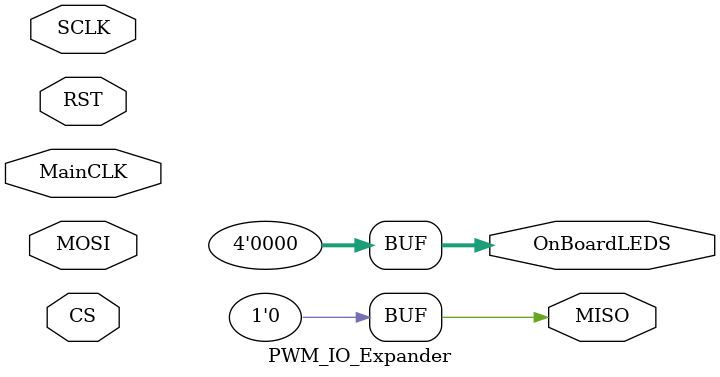
<source format=v>


module PWM_IO_Expander (MainCLK, CS, SCLK, MOSI, RST, MISO, OnBoardLEDS);
    input MainCLK /* verific EFX_ATTRIBUTE_PORT__IS_PRIMARY_INPUT=TRUE */ ;   // C:\Users\Timothy Marchant\.efinity\project\PWM_IO_Expander\PWM_IO_Expander.v(5)
    input CS /* verific EFX_ATTRIBUTE_PORT__IS_PRIMARY_INPUT=TRUE */ ;   // C:\Users\Timothy Marchant\.efinity\project\PWM_IO_Expander\PWM_IO_Expander.v(6)
    input SCLK /* verific EFX_ATTRIBUTE_PORT__IS_PRIMARY_INPUT=TRUE */ ;   // C:\Users\Timothy Marchant\.efinity\project\PWM_IO_Expander\PWM_IO_Expander.v(7)
    input MOSI /* verific EFX_ATTRIBUTE_PORT__IS_PRIMARY_INPUT=TRUE */ ;   // C:\Users\Timothy Marchant\.efinity\project\PWM_IO_Expander\PWM_IO_Expander.v(8)
    input RST /* verific EFX_ATTRIBUTE_PORT__IS_PRIMARY_INPUT=TRUE */ ;   // C:\Users\Timothy Marchant\.efinity\project\PWM_IO_Expander\PWM_IO_Expander.v(9)
    output MISO /* verific EFX_ATTRIBUTE_PORT__IS_PRIMARY_OUTPUT=TRUE */ ;   // C:\Users\Timothy Marchant\.efinity\project\PWM_IO_Expander\PWM_IO_Expander.v(10)
    output [3:0]OnBoardLEDS /* verific EFX_ATTRIBUTE_PORT__IS_PRIMARY_OUTPUT=TRUE */ ;   // C:\Users\Timothy Marchant\.efinity\project\PWM_IO_Expander\PWM_IO_Expander.v(11)
    
    
    assign MISO = 1'b0 /* verific EFX_ATTRIBUTE_PORT__IS_PRIMARY_OUTPUT=TRUE */ ;   // C:\Users\Timothy Marchant\.efinity\project\PWM_IO_Expander\PWM_IO_Expander.v(10)
    assign OnBoardLEDS[3] = 1'b0 /* verific EFX_ATTRIBUTE_PORT__IS_PRIMARY_OUTPUT=TRUE */ ;   // C:\Users\Timothy Marchant\.efinity\project\PWM_IO_Expander\PWM_IO_Expander.v(11)
    assign OnBoardLEDS[2] = 1'b0 /* verific EFX_ATTRIBUTE_PORT__IS_PRIMARY_OUTPUT=TRUE */ ;   // C:\Users\Timothy Marchant\.efinity\project\PWM_IO_Expander\PWM_IO_Expander.v(11)
    assign OnBoardLEDS[1] = 1'b0 /* verific EFX_ATTRIBUTE_PORT__IS_PRIMARY_OUTPUT=TRUE */ ;   // C:\Users\Timothy Marchant\.efinity\project\PWM_IO_Expander\PWM_IO_Expander.v(11)
    assign OnBoardLEDS[0] = 1'b0 /* verific EFX_ATTRIBUTE_CELL_NAME=GND */ ;
    
endmodule

</source>
